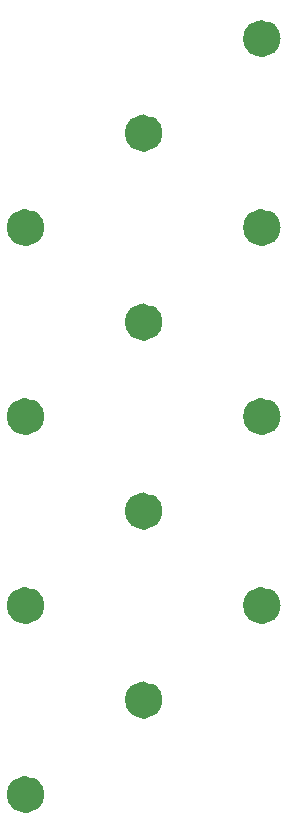
<source format=gbr>
%TF.GenerationSoftware,KiCad,Pcbnew,(6.0.10-0)*%
%TF.CreationDate,2025-02-07T07:57:24+01:00*%
%TF.ProjectId,Keymaster PCB,4b65796d-6173-4746-9572-205043422e6b,rev?*%
%TF.SameCoordinates,Original*%
%TF.FileFunction,Legend,Top*%
%TF.FilePolarity,Positive*%
%FSLAX46Y46*%
G04 Gerber Fmt 4.6, Leading zero omitted, Abs format (unit mm)*
G04 Created by KiCad (PCBNEW (6.0.10-0)) date 2025-02-07 07:57:24*
%MOMM*%
%LPD*%
G01*
G04 APERTURE LIST*
%ADD10C,1.584000*%
G04 APERTURE END LIST*
%TO.C,T8*%
D10*
X79792000Y-57500000D02*
G75*
G03*
X79792000Y-57500000I-792000J0D01*
G01*
%TO.C,T5*%
X79792000Y-41500000D02*
G75*
G03*
X79792000Y-41500000I-792000J0D01*
G01*
%TO.C,T4*%
X89792000Y-33500000D02*
G75*
G03*
X89792000Y-33500000I-792000J0D01*
G01*
%TO.C,T10*%
X89792000Y-65500000D02*
G75*
G03*
X89792000Y-65500000I-792000J0D01*
G01*
%TO.C,T2*%
X79792000Y-25500000D02*
G75*
G03*
X79792000Y-25500000I-792000J0D01*
G01*
%TO.C,T9*%
X69792000Y-65500000D02*
G75*
G03*
X69792000Y-65500000I-792000J0D01*
G01*
%TO.C,T11*%
X79792000Y-73500000D02*
G75*
G03*
X79792000Y-73500000I-792000J0D01*
G01*
%TO.C,T3*%
X69792000Y-33500000D02*
G75*
G03*
X69792000Y-33500000I-792000J0D01*
G01*
%TO.C,T6*%
X69792000Y-49500000D02*
G75*
G03*
X69792000Y-49500000I-792000J0D01*
G01*
%TO.C,T1*%
X89791997Y-17499999D02*
G75*
G03*
X89791997Y-17499999I-792000J0D01*
G01*
%TO.C,T7*%
X89792000Y-49500000D02*
G75*
G03*
X89792000Y-49500000I-792000J0D01*
G01*
%TO.C,T12*%
X69792000Y-81500000D02*
G75*
G03*
X69792000Y-81500000I-792000J0D01*
G01*
%TD*%
%LPC*%
M02*

</source>
